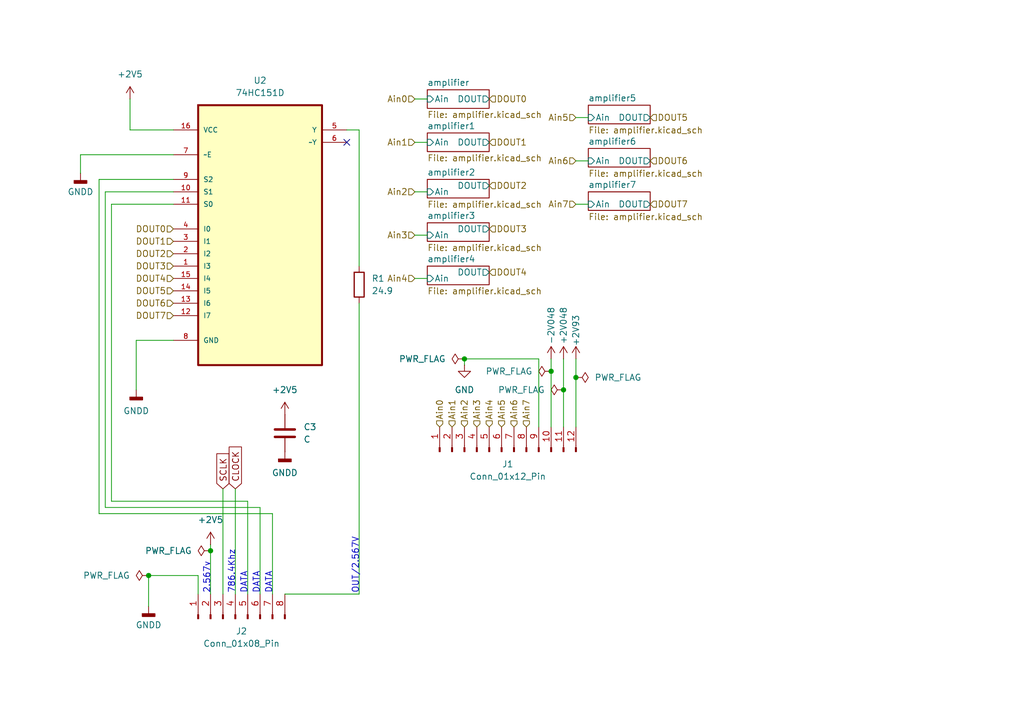
<source format=kicad_sch>
(kicad_sch (version 20231120) (generator "eeschema") (generator_version "8.0")
  (paper "A5")
  (title_block (title "Biosemi amplifier card") (date "2025-05-26") (rev "1") (company "Utrecht university"))
  (lib_symbols
    (symbol "74hc151d:74HC151D" (pin_names (offset 1.016))
      (property "Reference" "U" (at -5.1894 25.5656 0))
      (property "Value" "74HC151D" (at -3.7347 -34.8316 0))
      (symbol "74HC151D_0_0"
        (rectangle (start -12.7 -30.48) (end 12.7 22.86) (stroke (width 0.4064)) (fill (type background)))
        (pin passive line (at -17.78 -10.16 0) (length 5.08) (name "I3") (number "1"))
        (pin input line (at -17.78 5.08 0) (length 5.08) (name "S1") (number "10"))
        (pin input line (at -17.78 2.54 0) (length 5.08) (name "S0") (number "11"))
        (pin input line (at -17.78 -20.32 0) (length 5.08) (name "I7") (number "12"))
        (pin input line (at -17.78 -17.78 0) (length 5.08) (name "I6") (number "13"))
        (pin input line (at -17.78 -15.24 0) (length 5.08) (name "I5") (number "14"))
        (pin input line (at -17.78 -12.7 0) (length 5.08) (name "I4") (number "15"))
        (pin power_in line (at -17.78 17.78 0) (length 5.08) (name "VCC") (number "16"))
        (pin input line (at -17.78 -7.62 0) (length 5.08) (name "I2") (number "2"))
        (pin input line (at -17.78 -5.08 0) (length 5.08) (name "I1") (number "3"))
        (pin input line (at -17.78 -2.54 0) (length 5.08) (name "I0") (number "4"))
        (pin output line (at 17.78 17.78 180) (length 5.08) (name "Y") (number "5"))
        (pin output line (at 17.78 15.24 180) (length 5.08) (name "~Y") (number "6"))
        (pin input line (at -17.78 12.7 0) (length 5.08) (name "~E") (number "7"))
        (pin passive line (at -17.78 -25.4 0) (length 5.08) (name "GND") (number "8"))
        (pin input line (at -17.78 7.62 0) (length 5.08) (name "S2") (number "9"))
      )
    )
    (symbol "Connector:Conn_01x08_Pin" (pin_names (offset 1.016) hide)
      (property "Reference" "J" (at 0 10.16 0))
      (property "Value" "Conn_01x08_Pin" (at 0 -12.7 0))
      (symbol "Conn_01x08_Pin_1_1"
        (polyline (pts (xy 1.27 -10.16) (xy 0.8636 -10.16)) (stroke (width 0.1524)))
        (polyline (pts (xy 1.27 -7.62) (xy 0.8636 -7.62)) (stroke (width 0.1524)))
        (polyline (pts (xy 1.27 -5.08) (xy 0.8636 -5.08)) (stroke (width 0.1524)))
        (polyline (pts (xy 1.27 -2.54) (xy 0.8636 -2.54)) (stroke (width 0.1524)))
        (polyline (pts (xy 1.27 0) (xy 0.8636 0)) (stroke (width 0.1524)))
        (polyline (pts (xy 1.27 2.54) (xy 0.8636 2.54)) (stroke (width 0.1524)))
        (polyline (pts (xy 1.27 5.08) (xy 0.8636 5.08)) (stroke (width 0.1524)))
        (polyline (pts (xy 1.27 7.62) (xy 0.8636 7.62)) (stroke (width 0.1524)))
        (rectangle (start 0.8636 -10.033) (end 0 -10.287) (stroke (width 0.1524)) (fill (type outline)))
        (rectangle (start 0.8636 -7.493) (end 0 -7.747) (stroke (width 0.1524)) (fill (type outline)))
        (rectangle (start 0.8636 -4.953) (end 0 -5.207) (stroke (width 0.1524)) (fill (type outline)))
        (rectangle (start 0.8636 -2.413) (end 0 -2.667) (stroke (width 0.1524)) (fill (type outline)))
        (rectangle (start 0.8636 0.127) (end 0 -0.127) (stroke (width 0.1524)) (fill (type outline)))
        (rectangle (start 0.8636 2.667) (end 0 2.413) (stroke (width 0.1524)) (fill (type outline)))
        (rectangle (start 0.8636 5.207) (end 0 4.953) (stroke (width 0.1524)) (fill (type outline)))
        (rectangle (start 0.8636 7.747) (end 0 7.493) (stroke (width 0.1524)) (fill (type outline)))
        (pin passive line (at 5.08 7.62 180) (length 3.81) (name "Pin_1") (number "1"))
        (pin passive line (at 5.08 5.08 180) (length 3.81) (name "Pin_2") (number "2"))
        (pin passive line (at 5.08 2.54 180) (length 3.81) (name "Pin_3") (number "3"))
        (pin passive line (at 5.08 0 180) (length 3.81) (name "Pin_4") (number "4"))
        (pin passive line (at 5.08 -2.54 180) (length 3.81) (name "Pin_5") (number "5"))
        (pin passive line (at 5.08 -5.08 180) (length 3.81) (name "Pin_6") (number "6"))
        (pin passive line (at 5.08 -7.62 180) (length 3.81) (name "Pin_7") (number "7"))
        (pin passive line (at 5.08 -10.16 180) (length 3.81) (name "Pin_8") (number "8"))
      )
    )
    (symbol "Connector:Conn_01x12_Pin" (pin_names (offset 1.016) hide)
      (property "Reference" "J" (at 0 15.24 0))
      (property "Value" "Conn_01x12_Pin" (at 0 -17.78 0))
      (symbol "Conn_01x12_Pin_1_1"
        (polyline (pts (xy 1.27 -15.24) (xy 0.8636 -15.24)) (stroke (width 0.1524)))
        (polyline (pts (xy 1.27 -12.7) (xy 0.8636 -12.7)) (stroke (width 0.1524)))
        (polyline (pts (xy 1.27 -10.16) (xy 0.8636 -10.16)) (stroke (width 0.1524)))
        (polyline (pts (xy 1.27 -7.62) (xy 0.8636 -7.62)) (stroke (width 0.1524)))
        (polyline (pts (xy 1.27 -5.08) (xy 0.8636 -5.08)) (stroke (width 0.1524)))
        (polyline (pts (xy 1.27 -2.54) (xy 0.8636 -2.54)) (stroke (width 0.1524)))
        (polyline (pts (xy 1.27 0) (xy 0.8636 0)) (stroke (width 0.1524)))
        (polyline (pts (xy 1.27 2.54) (xy 0.8636 2.54)) (stroke (width 0.1524)))
        (polyline (pts (xy 1.27 5.08) (xy 0.8636 5.08)) (stroke (width 0.1524)))
        (polyline (pts (xy 1.27 7.62) (xy 0.8636 7.62)) (stroke (width 0.1524)))
        (polyline (pts (xy 1.27 10.16) (xy 0.8636 10.16)) (stroke (width 0.1524)))
        (polyline (pts (xy 1.27 12.7) (xy 0.8636 12.7)) (stroke (width 0.1524)))
        (rectangle (start 0.8636 -15.113) (end 0 -15.367) (stroke (width 0.1524)) (fill (type outline)))
        (rectangle (start 0.8636 -12.573) (end 0 -12.827) (stroke (width 0.1524)) (fill (type outline)))
        (rectangle (start 0.8636 -10.033) (end 0 -10.287) (stroke (width 0.1524)) (fill (type outline)))
        (rectangle (start 0.8636 -7.493) (end 0 -7.747) (stroke (width 0.1524)) (fill (type outline)))
        (rectangle (start 0.8636 -4.953) (end 0 -5.207) (stroke (width 0.1524)) (fill (type outline)))
        (rectangle (start 0.8636 -2.413) (end 0 -2.667) (stroke (width 0.1524)) (fill (type outline)))
        (rectangle (start 0.8636 0.127) (end 0 -0.127) (stroke (width 0.1524)) (fill (type outline)))
        (rectangle (start 0.8636 2.667) (end 0 2.413) (stroke (width 0.1524)) (fill (type outline)))
        (rectangle (start 0.8636 5.207) (end 0 4.953) (stroke (width 0.1524)) (fill (type outline)))
        (rectangle (start 0.8636 7.747) (end 0 7.493) (stroke (width 0.1524)) (fill (type outline)))
        (rectangle (start 0.8636 10.287) (end 0 10.033) (stroke (width 0.1524)) (fill (type outline)))
        (rectangle (start 0.8636 12.827) (end 0 12.573) (stroke (width 0.1524)) (fill (type outline)))
        (pin passive line (at 5.08 12.7 180) (length 3.81) (name "Pin_1") (number "1"))
        (pin passive line (at 5.08 -10.16 180) (length 3.81) (name "Pin_10") (number "10"))
        (pin passive line (at 5.08 -12.7 180) (length 3.81) (name "Pin_11") (number "11"))
        (pin passive line (at 5.08 -15.24 180) (length 3.81) (name "Pin_12") (number "12"))
        (pin passive line (at 5.08 10.16 180) (length 3.81) (name "Pin_2") (number "2"))
        (pin passive line (at 5.08 7.62 180) (length 3.81) (name "Pin_3") (number "3"))
        (pin passive line (at 5.08 5.08 180) (length 3.81) (name "Pin_4") (number "4"))
        (pin passive line (at 5.08 2.54 180) (length 3.81) (name "Pin_5") (number "5"))
        (pin passive line (at 5.08 0 180) (length 3.81) (name "Pin_6") (number "6"))
        (pin passive line (at 5.08 -2.54 180) (length 3.81) (name "Pin_7") (number "7"))
        (pin passive line (at 5.08 -5.08 180) (length 3.81) (name "Pin_8") (number "8"))
        (pin passive line (at 5.08 -7.62 180) (length 3.81) (name "Pin_9") (number "9"))
      )
    )
    (symbol "Device:C" (pin_numbers hide) (pin_names (offset 0.254))
      (property "Reference" "C" (at 0.635 2.54 0))
      (property "Value" "C" (at 0.635 -2.54 0))
      (symbol "C_0_1"
        (polyline (pts (xy -2.032 -0.762) (xy 2.032 -0.762)) (stroke (width 0.508)))
        (polyline (pts (xy -2.032 0.762) (xy 2.032 0.762)) (stroke (width 0.508)))
      )
      (symbol "C_1_1"
        (pin passive line (at 0 3.81 270) (length 2.794) (name "~") (number "1"))
        (pin passive line (at 0 -3.81 90) (length 2.794) (name "~") (number "2"))
      )
    )
    (symbol "Device:R" (pin_numbers hide) (pin_names (offset 0))
      (property "Reference" "R" (at 2.032 0 90))
      (property "Value" "R" (at 0 0 90))
      (symbol "R_0_1"
        (rectangle (start -1.016 -2.54) (end 1.016 2.54) (stroke (width 0.254)))
      )
      (symbol "R_1_1"
        (pin passive line (at 0 3.81 270) (length 1.27) (name "~") (number "1"))
        (pin passive line (at 0 -3.81 90) (length 1.27) (name "~") (number "2"))
      )
    )
    (symbol "power:+2V5" (power) (pin_numbers hide) (pin_names (offset 0) hide)
      (property "Value" "+2V5" (at 0 3.556 0))
      (symbol "+2V5_0_1"
        (polyline (pts (xy -0.762 1.27) (xy 0 2.54)))
        (polyline (pts (xy 0 0) (xy 0 2.54)))
        (polyline (pts (xy 0 2.54) (xy 0.762 1.27)))
      )
      (symbol "+2V5_1_1"
        (pin power_in line (at 0 0 90) (length 0) (name "~") (number "1"))
      )
    )
    (symbol "power:+2V8" (power) (pin_numbers hide) (pin_names (offset 0) hide)
      (property "Value" "+2V8" (at 0 3.556 0))
      (symbol "+2V8_0_1"
        (polyline (pts (xy -0.762 1.27) (xy 0 2.54)))
        (polyline (pts (xy 0 0) (xy 0 2.54)))
        (polyline (pts (xy 0 2.54) (xy 0.762 1.27)))
      )
      (symbol "+2V8_1_1"
        (pin power_in line (at 0 0 90) (length 0) (name "~") (number "1"))
      )
    )
    (symbol "power:+3V0" (power) (pin_numbers hide) (pin_names (offset 0) hide)
      (property "Value" "+3V0" (at 0 3.556 0))
      (symbol "+3V0_0_1"
        (polyline (pts (xy -0.762 1.27) (xy 0 2.54)))
        (polyline (pts (xy 0 0) (xy 0 2.54)))
        (polyline (pts (xy 0 2.54) (xy 0.762 1.27)))
      )
      (symbol "+3V0_1_1"
        (pin power_in line (at 0 0 90) (length 0) (name "~") (number "1"))
      )
    )
    (symbol "power:GND" (power) (pin_numbers hide) (pin_names (offset 0) hide)
      (property "Value" "GND" (at 0 -3.81 0))
      (symbol "GND_0_1"
        (polyline (pts (xy 0 0) (xy 0 -1.27) (xy 1.27 -1.27) (xy 0 -2.54) (xy -1.27 -1.27) (xy 0 -1.27)))
      )
      (symbol "GND_1_1"
        (pin power_in line (at 0 0 270) (length 0) (name "~") (number "1"))
      )
    )
    (symbol "power:GNDD" (power) (pin_numbers hide) (pin_names (offset 0) hide)
      (property "Value" "GNDD" (at 0 -3.175 0))
      (symbol "GNDD_0_1"
        (rectangle (start -1.27 -1.524) (end 1.27 -2.032) (stroke (width 0.254)) (fill (type outline)))
        (polyline (pts (xy 0 0) (xy 0 -1.524)))
      )
      (symbol "GNDD_1_1"
        (pin power_in line (at 0 0 270) (length 0) (name "~") (number "1"))
      )
    )
    (symbol "power:PWR_FLAG" (power) (pin_numbers hide) (pin_names (offset 0) hide)
      (property "Value" "PWR_FLAG" (at 0 3.81 0))
      (symbol "PWR_FLAG_0_0"
        (pin power_out line (at 0 0 90) (length 0) (name "~") (number "1"))
      )
      (symbol "PWR_FLAG_0_1"
        (polyline (pts (xy 0 0) (xy 0 1.27) (xy -1.016 1.905) (xy 0 2.54) (xy 1.016 1.905) (xy 0 1.27)))
      )
    )
  )
  (junction (at 95.25 73.66))
  (junction (at 30.48 118.11))
  (junction (at 115.57 80.01))
  (junction (at 118.11 77.47))
  (junction (at 113.03 76.2))
  (junction (at 43.18 113.03))
  (no_connect (at 71.12 29.21))
  (wire (pts (xy 43.18 111.76) (xy 43.18 113.03)))
  (wire (pts (xy 71.12 26.67) (xy 73.66 26.67)))
  (wire (pts (xy 115.57 80.01) (xy 115.57 87.63)))
  (wire (pts (xy 27.94 69.85) (xy 27.94 80.01)))
  (wire (pts (xy 55.88 105.41) (xy 55.88 121.92)))
  (wire (pts (xy 16.51 31.75) (xy 16.51 35.56)))
  (wire (pts (xy 115.57 73.66) (xy 115.57 80.01)))
  (wire (pts (xy 26.67 20.32) (xy 26.67 26.67)))
  (wire (pts (xy 110.49 87.63) (xy 110.49 73.66)))
  (wire (pts (xy 35.56 39.37) (xy 21.59 39.37)))
  (wire (pts (xy 16.51 31.75) (xy 35.56 31.75)))
  (wire (pts (xy 118.11 77.47) (xy 118.11 87.63)))
  (wire (pts (xy 73.66 121.92) (xy 58.42 121.92)))
  (wire (pts (xy 85.09 29.21) (xy 87.63 29.21)))
  (wire (pts (xy 35.56 69.85) (xy 27.94 69.85)))
  (wire (pts (xy 21.59 104.14) (xy 53.34 104.14)))
  (wire (pts (xy 118.11 33.02) (xy 120.65 33.02)))
  (wire (pts (xy 30.48 124.46) (xy 30.48 118.11)))
  (wire (pts (xy 95.25 73.66) (xy 110.49 73.66)))
  (wire (pts (xy 35.56 26.67) (xy 26.67 26.67)))
  (wire (pts (xy 118.11 24.13) (xy 120.65 24.13)))
  (wire (pts (xy 20.32 36.83) (xy 20.32 105.41)))
  (wire (pts (xy 53.34 104.14) (xy 53.34 121.92)))
  (wire (pts (xy 73.66 26.67) (xy 73.66 54.61)))
  (wire (pts (xy 50.8 102.87) (xy 50.8 121.92)))
  (wire (pts (xy 21.59 39.37) (xy 21.59 104.14)))
  (wire (pts (xy 113.03 76.2) (xy 113.03 87.63)))
  (wire (pts (xy 45.72 100.33) (xy 45.72 121.92)))
  (wire (pts (xy 118.11 73.66) (xy 118.11 77.47)))
  (wire (pts (xy 85.09 20.32) (xy 87.63 20.32)))
  (wire (pts (xy 95.25 74.93) (xy 95.25 73.66)))
  (wire (pts (xy 85.09 48.26) (xy 87.63 48.26)))
  (wire (pts (xy 22.86 102.87) (xy 50.8 102.87)))
  (wire (pts (xy 22.86 41.91) (xy 22.86 102.87)))
  (wire (pts (xy 20.32 105.41) (xy 55.88 105.41)))
  (wire (pts (xy 85.09 57.15) (xy 87.63 57.15)))
  (wire (pts (xy 22.86 41.91) (xy 35.56 41.91)))
  (wire (pts (xy 35.56 36.83) (xy 20.32 36.83)))
  (wire (pts (xy 40.64 118.11) (xy 40.64 121.92)))
  (wire (pts (xy 118.11 41.91) (xy 120.65 41.91)))
  (wire (pts (xy 113.03 73.66) (xy 113.03 76.2)))
  (wire (pts (xy 73.66 62.23) (xy 73.66 121.92)))
  (wire (pts (xy 85.09 39.37) (xy 87.63 39.37)))
  (wire (pts (xy 48.26 100.33) (xy 48.26 121.92)))
  (wire (pts (xy 43.18 113.03) (xy 43.18 121.92)))
  (wire (pts (xy 30.48 118.11) (xy 40.64 118.11)))
  (text "DATA" (at 53.34 121.92 90) (effects (font (size 1.27 1.27)) (justify left bottom)))
  (text "DATA" (at 55.88 121.92 90) (effects (font (size 1.27 1.27)) (justify left bottom)))
  (text "786.4Khz" (at 48.26 121.92 90) (effects (font (size 1.27 1.27)) (justify left bottom)))
  (text "2.567v" (at 43.18 121.92 90) (effects (font (size 1.27 1.27)) (justify left bottom)))
  (text "OUT/2.567V" (at 73.66 121.92 90) (effects (font (size 1.27 1.27)) (justify left bottom)))
  (text "DATA" (at 50.8 121.92 90) (effects (font (size 1.27 1.27)) (justify left bottom)))
  (global_label "CLOCK" (shape input) (at 48.26 100.33 90) (property "Intersheetrefs" "${INTERSHEET_REFS}" (effects (hide yes))))
  (global_label "SCLK" (shape input) (at 45.72 100.33 90) (property "Intersheetrefs" "${INTERSHEET_REFS}" (effects (hide yes))))
  (hierarchical_label "DOUT4" (shape input) (at 100.33 55.88 0))
  (hierarchical_label "DOUT4" (shape input) (at 35.56 57.15 180))
  (hierarchical_label "Ain1" (shape input) (at 92.71 87.63 90))
  (hierarchical_label "DOUT0" (shape input) (at 100.33 20.32 0))
  (hierarchical_label "Ain0" (shape input) (at 90.17 87.63 90))
  (hierarchical_label "Ain4" (shape input) (at 100.33 87.63 90))
  (hierarchical_label "DOUT6" (shape input) (at 133.35 33.02 0))
  (hierarchical_label "DOUT5" (shape input) (at 35.56 59.69 180))
  (hierarchical_label "Ain2" (shape input) (at 85.09 39.37 180))
  (hierarchical_label "Ain2" (shape input) (at 95.25 87.63 90))
  (hierarchical_label "DOUT3" (shape input) (at 35.56 54.61 180))
  (hierarchical_label "Ain7" (shape input) (at 118.11 41.91 180))
  (hierarchical_label "DOUT3" (shape input) (at 100.33 46.99 0))
  (hierarchical_label "DOUT1" (shape input) (at 35.56 49.53 180))
  (hierarchical_label "Ain6" (shape input) (at 105.41 87.63 90))
  (hierarchical_label "DOUT6" (shape input) (at 35.56 62.23 180))
  (hierarchical_label "DOUT5" (shape input) (at 133.35 24.13 0))
  (hierarchical_label "Ain1" (shape input) (at 85.09 29.21 180))
  (hierarchical_label "Ain0" (shape input) (at 85.09 20.32 180))
  (hierarchical_label "Ain3" (shape input) (at 97.79 87.63 90))
  (hierarchical_label "DOUT1" (shape input) (at 100.33 29.21 0))
  (hierarchical_label "DOUT0" (shape input) (at 35.56 46.99 180))
  (hierarchical_label "DOUT7" (shape input) (at 35.56 64.77 180))
  (hierarchical_label "Ain5" (shape input) (at 118.11 24.13 180))
  (hierarchical_label "DOUT7" (shape input) (at 133.35 41.91 0))
  (hierarchical_label "DOUT2" (shape input) (at 100.33 38.1 0))
  (hierarchical_label "Ain5" (shape input) (at 102.87 87.63 90))
  (hierarchical_label "Ain3" (shape input) (at 85.09 48.26 180))
  (hierarchical_label "Ain6" (shape input) (at 118.11 33.02 180))
  (hierarchical_label "Ain7" (shape input) (at 107.95 87.63 90))
  (hierarchical_label "DOUT2" (shape input) (at 35.56 52.07 180))
  (hierarchical_label "Ain4" (shape input) (at 85.09 57.15 180))
  (symbol (lib_id "Device:R") (at 73.66 58.42 0) (unit 1)
    (property "Reference" "R1" (at 76.2 57.1499 0) (effects (justify left)))
    (property "Value" "24.9" (at 76.2 59.6899 0) (effects (justify left)))
    (property "Description" "Resistor" (effects (hide yes)))
  )
  (symbol (lib_id "power:+2V8") (at 113.03 73.66 0) (unit 1)
    (property "Reference" "#PWR016" (effects (hide yes)))
    (property "Value" "-2V048" (at 113.03 66.802 90))
    (property "Description" "Power symbol creates a global label with name \"+2V8\"" (effects (hide yes)))
  )
  (symbol (lib_id "Connector:Conn_01x12_Pin") (at 102.87 92.71 90) (unit 1)
    (property "Reference" "J1" (at 104.14 95.25 90))
    (property "Value" "Conn_01x12_Pin" (at 104.14 97.79 90))
    (property "Description" "Generic connector, single row, 01x12, script generated" (effects (hide yes)))
  )
  (symbol (lib_id "power:GNDD") (at 16.51 35.56 0) (unit 1)
    (property "Reference" "#PWR03" (effects (hide yes)))
    (property "Value" "GNDD" (at 16.51 39.37 0))
    (property "Description" "Power symbol creates a global label with name \"GNDD\" , digital ground" (effects (hide yes)))
  )
  (symbol (lib_id "power:+2V8") (at 115.57 73.66 0) (unit 1)
    (property "Reference" "#PWR015" (effects (hide yes)))
    (property "Value" "+2V048" (at 115.57 66.802 90))
    (property "Description" "Power symbol creates a global label with name \"+2V8\"" (effects (hide yes)))
  )
  (symbol (lib_id "power:+2V5") (at 43.18 111.76 0) (unit 1)
    (property "Reference" "#PWR04" (effects (hide yes)))
    (property "Value" "+2V5" (at 43.18 106.68 0))
    (property "Description" "Power symbol creates a global label with name \"+2V5\"" (effects (hide yes)))
  )
  (symbol (lib_id "power:GND") (at 95.25 74.93 0) (unit 1)
    (property "Reference" "#PWR010" (effects (hide yes)))
    (property "Value" "GND" (at 95.25 80.01 0))
    (property "Description" "Power symbol creates a global label with name \"GND\" , ground" (effects (hide yes)))
  )
  (symbol (lib_id "power:GNDD") (at 30.48 124.46 0) (unit 1)
    (property "Reference" "#PWR01" (effects (hide yes)))
    (property "Value" "GNDD" (at 30.48 128.27 0))
    (property "Description" "Power symbol creates a global label with name \"GNDD\" , digital ground" (effects (hide yes)))
  )
  (symbol (lib_id "power:PWR_FLAG") (at 113.03 76.2 90) (unit 1)
    (property "Reference" "#FLG03" (effects (hide yes)))
    (property "Value" "PWR_FLAG" (at 109.22 76.1999 90) (effects (justify left)))
    (property "Description" "Special symbol for telling ERC where power comes from" (effects (hide yes)))
  )
  (symbol (lib_id "power:GNDD") (at 27.94 80.01 0) (unit 1)
    (property "Reference" "#PWR02" (effects (hide yes)))
    (property "Value" "GNDD" (at 27.94 84.328 0))
    (property "Description" "Power symbol creates a global label with name \"GNDD\" , digital ground" (effects (hide yes)))
  )
  (symbol (lib_id "power:+3V0") (at 118.11 73.66 0) (unit 1)
    (property "Reference" "#PWR017" (effects (hide yes)))
    (property "Value" "+2V93" (at 118.11 67.818 90))
    (property "Description" "Power symbol creates a global label with name \"+3V0\"" (effects (hide yes)))
  )
  (symbol (lib_id "power:PWR_FLAG") (at 115.57 80.01 90) (unit 1)
    (property "Reference" "#FLG04" (effects (hide yes)))
    (property "Value" "PWR_FLAG" (at 111.76 80.0099 90) (effects (justify left)))
    (property "Description" "Special symbol for telling ERC where power comes from" (effects (hide yes)))
  )
  (symbol (lib_id "power:PWR_FLAG") (at 30.48 118.11 90) (unit 1)
    (property "Reference" "#FLG02" (effects (hide yes)))
    (property "Value" "PWR_FLAG" (at 26.67 118.1099 90) (effects (justify left)))
    (property "Description" "Special symbol for telling ERC where power comes from" (effects (hide yes)))
  )
  (symbol (lib_id "74hc151d:74HC151D") (at 53.34 44.45 0) (unit 1)
    (property "Reference" "U2" (at 53.34 16.51 0))
    (property "Value" "74HC151D" (at 53.34 19.05 0))
    (property "Footprint" "74HC151D:SOIC127P600X175-16N" (effects (hide yes)))
    (property "MF" "Toshiba" (effects (hide yes)))
    (property "Description_1" "\n                        \n                            IC MULTIPLEXER 1 X 8:1 16-SOIC\n                        \n" (effects (hide yes)))
    (property "PACKAGE" "SOIC-16" (effects (hide yes)))
    (property "MPN" "74HC151D" (effects (hide yes)))
    (property "Price" "None" (effects (hide yes)))
    (property "Package" "SOIC-16 NXP Semiconductors" (effects (hide yes)))
    (property "OC_FARNELL" "1201321" (effects (hide yes)))
    (property "SnapEDA_Link" "https://www.snapeda.com/parts/74HC151D/Toshiba/view-part/?ref=snap" (effects (hide yes)))
    (property "MP" "74HC151D" (effects (hide yes)))
    (property "SUPPLIER" "NXP" (effects (hide yes)))
    (property "OC_NEWARK" "26M7760" (effects (hide yes)))
    (property "Availability" "In Stock" (effects (hide yes)))
    (property "Check_prices" "https://www.snapeda.com/parts/74HC151D/Toshiba/view-part/?ref=eda" (effects (hide yes)))
  )
  (symbol (lib_id "power:PWR_FLAG") (at 43.18 113.03 90) (unit 1)
    (property "Reference" "#FLG01" (effects (hide yes)))
    (property "Value" "PWR_FLAG" (at 39.37 113.0299 90) (effects (justify left)))
    (property "Description" "Special symbol for telling ERC where power comes from" (effects (hide yes)))
  )
  (symbol (lib_id "power:+2V5") (at 58.42 85.09 0) (unit 1)
    (property "Reference" "#PWR011" (effects (hide yes)))
    (property "Value" "+2V5" (at 58.42 80.01 0))
    (property "Description" "Power symbol creates a global label with name \"+2V5\"" (effects (hide yes)))
  )
  (symbol (lib_id "power:+2V5") (at 26.67 20.32 0) (unit 1)
    (property "Reference" "#PWR05" (effects (hide yes)))
    (property "Value" "+2V5" (at 26.67 15.24 0))
    (property "Description" "Power symbol creates a global label with name \"+2V5\"" (effects (hide yes)))
  )
  (symbol (lib_id "Device:C") (at 58.42 88.9 0) (unit 1)
    (property "Reference" "C3" (at 62.23 87.6299 0) (effects (justify left)))
    (property "Value" "C" (at 62.23 90.1699 0) (effects (justify left)))
    (property "Description" "Unpolarized capacitor" (effects (hide yes)))
  )
  (symbol (lib_id "power:GNDD") (at 58.42 92.71 0) (unit 1)
    (property "Reference" "#PWR012" (effects (hide yes)))
    (property "Value" "GNDD" (at 58.42 97.028 0))
    (property "Description" "Power symbol creates a global label with name \"GNDD\" , digital ground" (effects (hide yes)))
  )
  (symbol (lib_id "power:PWR_FLAG") (at 118.11 77.47 270) (unit 1)
    (property "Reference" "#FLG06" (effects (hide yes)))
    (property "Value" "PWR_FLAG" (at 121.92 77.4699 90) (effects (justify left)))
    (property "Description" "Special symbol for telling ERC where power comes from" (effects (hide yes)))
  )
  (symbol (lib_id "power:PWR_FLAG") (at 95.25 73.66 90) (unit 1)
    (property "Reference" "#FLG05" (effects (hide yes)))
    (property "Value" "PWR_FLAG" (at 91.44 73.6599 90) (effects (justify left)))
    (property "Description" "Special symbol for telling ERC where power comes from" (effects (hide yes)))
  )
  (symbol (lib_id "Connector:Conn_01x08_Pin") (at 48.26 127 90) (unit 1)
    (property "Reference" "J2" (at 49.53 129.54 90))
    (property "Value" "Conn_01x08_Pin" (at 49.53 132.08 90))
    (property "Footprint" "Connector_JST:JST_PH_S7B-PH-K_1x07_P2.00mm_Horizontal" (effects (hide yes)))
    (property "Description" "Generic connector, single row, 01x08, script generated" (effects (hide yes)))
  )
  (sheet (at 87.63 45.72) (size 12.7 3.81) (stroke (width 0.1524))
    (property "Sheetname" "amplifier3" (at 87.63 45.0084 0) (effects (justify left bottom)))
    (property "Sheetfile" "amplifier.kicad_sch" (at 87.63 50.1146 0) (effects (justify left top)))
    (pin "DOUT" output (at 100.33 46.99 0))
    (pin "Ain" input (at 87.63 48.26 180))
  )
  (sheet (at 120.65 30.48) (size 12.7 3.81) (stroke (width 0.1524))
    (property "Sheetname" "amplifier6" (at 120.65 29.7684 0) (effects (justify left bottom)))
    (property "Sheetfile" "amplifier.kicad_sch" (at 120.65 34.8746 0) (effects (justify left top)))
    (pin "DOUT" output (at 133.35 33.02 0))
    (pin "Ain" input (at 120.65 33.02 180))
  )
  (sheet (at 87.63 54.61) (size 12.7 3.81) (stroke (width 0.1524))
    (property "Sheetname" "amplifier4" (at 87.63 53.8984 0) (effects (justify left bottom)))
    (property "Sheetfile" "amplifier.kicad_sch" (at 87.63 59.0046 0) (effects (justify left top)))
    (pin "DOUT" output (at 100.33 55.88 0))
    (pin "Ain" input (at 87.63 57.15 180))
  )
  (sheet (at 120.65 39.37) (size 12.7 3.81) (stroke (width 0.1524))
    (property "Sheetname" "amplifier7" (at 120.65 38.6584 0) (effects (justify left bottom)))
    (property "Sheetfile" "amplifier.kicad_sch" (at 120.65 43.7646 0) (effects (justify left top)))
    (pin "DOUT" output (at 133.35 41.91 0))
    (pin "Ain" input (at 120.65 41.91 180))
  )
  (sheet (at 87.63 18.415) (size 12.7 3.81) (stroke (width 0.1524))
    (property "Sheetname" "amplifier" (at 87.63 17.7034 0) (effects (justify left bottom)))
    (property "Sheetfile" "amplifier.kicad_sch" (at 87.63 22.8096 0) (effects (justify left top)))
    (pin "DOUT" output (at 100.33 20.32 0))
    (pin "Ain" input (at 87.63 20.32 180))
  )
  (sheet (at 87.63 36.83) (size 12.7 3.81) (stroke (width 0.1524))
    (property "Sheetname" "amplifier2" (at 87.63 36.1184 0) (effects (justify left bottom)))
    (property "Sheetfile" "amplifier.kicad_sch" (at 87.63 41.2246 0) (effects (justify left top)))
    (pin "DOUT" output (at 100.33 38.1 0))
    (pin "Ain" input (at 87.63 39.37 180))
  )
  (sheet (at 87.63 27.305) (size 12.7 3.81) (stroke (width 0.1524))
    (property "Sheetname" "amplifier1" (at 87.63 26.5934 0) (effects (justify left bottom)))
    (property "Sheetfile" "amplifier.kicad_sch" (at 87.63 31.6996 0) (effects (justify left top)))
    (pin "DOUT" output (at 100.33 29.21 0))
    (pin "Ain" input (at 87.63 29.21 180))
  )
  (sheet (at 120.65 21.59) (size 12.7 3.81) (stroke (width 0.1524))
    (property "Sheetname" "amplifier5" (at 120.65 20.8784 0) (effects (justify left bottom)))
    (property "Sheetfile" "amplifier.kicad_sch" (at 120.65 25.9846 0) (effects (justify left top)))
    (pin "DOUT" output (at 133.35 24.13 0))
    (pin "Ain" input (at 120.65 24.13 180))
  )
)
</source>
